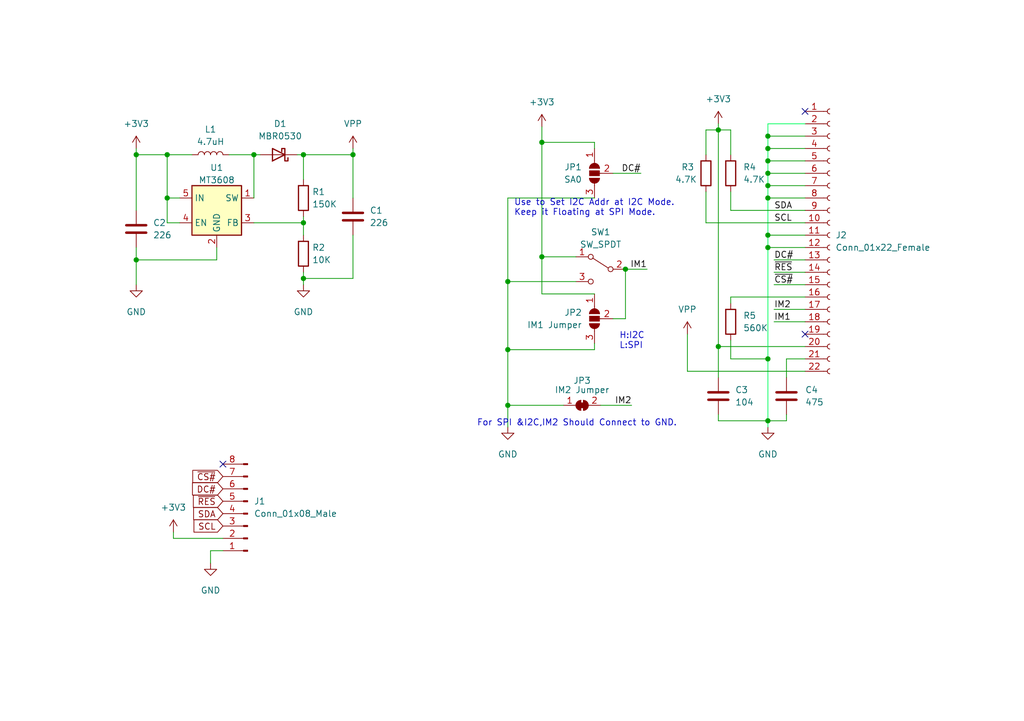
<source format=kicad_sch>
(kicad_sch (version 20211123) (generator eeschema)
  (paper "A5")
  (lib_symbols
    (symbol "Connector:Conn_01x08_Male" (pin_names (offset 1.016) hide)
      (property "Reference" "J" (at 0 10.16 0))
      (property "Value" "Conn_01x08_Male" (at 0 -12.7 0))
      (symbol "Conn_01x08_Male_1_1"
        (polyline (pts (xy 1.27 -10.16) (xy 0.8636 -10.16)) (stroke (width 0.1524)))
        (polyline (pts (xy 1.27 -7.62) (xy 0.8636 -7.62)) (stroke (width 0.1524)))
        (polyline (pts (xy 1.27 -5.08) (xy 0.8636 -5.08)) (stroke (width 0.1524)))
        (polyline (pts (xy 1.27 -2.54) (xy 0.8636 -2.54)) (stroke (width 0.1524)))
        (polyline (pts (xy 1.27 0) (xy 0.8636 0)) (stroke (width 0.1524)))
        (polyline (pts (xy 1.27 2.54) (xy 0.8636 2.54)) (stroke (width 0.1524)))
        (polyline (pts (xy 1.27 5.08) (xy 0.8636 5.08)) (stroke (width 0.1524)))
        (polyline (pts (xy 1.27 7.62) (xy 0.8636 7.62)) (stroke (width 0.1524)))
        (rectangle (start 0.8636 -10.033) (end 0 -10.287) (stroke (width 0.1524)) (fill (type outline)))
        (rectangle (start 0.8636 -7.493) (end 0 -7.747) (stroke (width 0.1524)) (fill (type outline)))
        (rectangle (start 0.8636 -4.953) (end 0 -5.207) (stroke (width 0.1524)) (fill (type outline)))
        (rectangle (start 0.8636 -2.413) (end 0 -2.667) (stroke (width 0.1524)) (fill (type outline)))
        (rectangle (start 0.8636 0.127) (end 0 -0.127) (stroke (width 0.1524)) (fill (type outline)))
        (rectangle (start 0.8636 2.667) (end 0 2.413) (stroke (width 0.1524)) (fill (type outline)))
        (rectangle (start 0.8636 5.207) (end 0 4.953) (stroke (width 0.1524)) (fill (type outline)))
        (rectangle (start 0.8636 7.747) (end 0 7.493) (stroke (width 0.1524)) (fill (type outline)))
        (pin passive line (at 5.08 7.62 180) (length 3.81) (name "Pin_1") (number "1"))
        (pin passive line (at 5.08 5.08 180) (length 3.81) (name "Pin_2") (number "2"))
        (pin passive line (at 5.08 2.54 180) (length 3.81) (name "Pin_3") (number "3"))
        (pin passive line (at 5.08 0 180) (length 3.81) (name "Pin_4") (number "4"))
        (pin passive line (at 5.08 -2.54 180) (length 3.81) (name "Pin_5") (number "5"))
        (pin passive line (at 5.08 -5.08 180) (length 3.81) (name "Pin_6") (number "6"))
        (pin passive line (at 5.08 -7.62 180) (length 3.81) (name "Pin_7") (number "7"))
        (pin passive line (at 5.08 -10.16 180) (length 3.81) (name "Pin_8") (number "8"))
      )
    )
    (symbol "Connector:Conn_01x22_Female" (pin_names (offset 1.016) hide)
      (property "Reference" "J" (at 0 27.94 0))
      (property "Value" "Conn_01x22_Female" (at 0 -30.48 0))
      (symbol "Conn_01x22_Female_1_1"
        (arc (start 0 -27.432) (mid -0.508 -27.94) (end 0 -28.448) (stroke (width 0.1524)))
        (arc (start 0 -24.892) (mid -0.508 -25.4) (end 0 -25.908) (stroke (width 0.1524)))
        (arc (start 0 -22.352) (mid -0.508 -22.86) (end 0 -23.368) (stroke (width 0.1524)))
        (arc (start 0 -19.812) (mid -0.508 -20.32) (end 0 -20.828) (stroke (width 0.1524)))
        (arc (start 0 -17.272) (mid -0.508 -17.78) (end 0 -18.288) (stroke (width 0.1524)))
        (arc (start 0 -14.732) (mid -0.508 -15.24) (end 0 -15.748) (stroke (width 0.1524)))
        (arc (start 0 -12.192) (mid -0.508 -12.7) (end 0 -13.208) (stroke (width 0.1524)))
        (arc (start 0 -9.652) (mid -0.508 -10.16) (end 0 -10.668) (stroke (width 0.1524)))
        (arc (start 0 -7.112) (mid -0.508 -7.62) (end 0 -8.128) (stroke (width 0.1524)))
        (arc (start 0 -4.572) (mid -0.508 -5.08) (end 0 -5.588) (stroke (width 0.1524)))
        (arc (start 0 -2.032) (mid -0.508 -2.54) (end 0 -3.048) (stroke (width 0.1524)))
        (polyline (pts (xy -1.27 -27.94) (xy -0.508 -27.94)) (stroke (width 0.1524)))
        (polyline (pts (xy -1.27 -25.4) (xy -0.508 -25.4)) (stroke (width 0.1524)))
        (polyline (pts (xy -1.27 -22.86) (xy -0.508 -22.86)) (stroke (width 0.1524)))
        (polyline (pts (xy -1.27 -20.32) (xy -0.508 -20.32)) (stroke (width 0.1524)))
        (polyline (pts (xy -1.27 -17.78) (xy -0.508 -17.78)) (stroke (width 0.1524)))
        (polyline (pts (xy -1.27 -15.24) (xy -0.508 -15.24)) (stroke (width 0.1524)))
        (polyline (pts (xy -1.27 -12.7) (xy -0.508 -12.7)) (stroke (width 0.1524)))
        (polyline (pts (xy -1.27 -10.16) (xy -0.508 -10.16)) (stroke (width 0.1524)))
        (polyline (pts (xy -1.27 -7.62) (xy -0.508 -7.62)) (stroke (width 0.1524)))
        (polyline (pts (xy -1.27 -5.08) (xy -0.508 -5.08)) (stroke (width 0.1524)))
        (polyline (pts (xy -1.27 -2.54) (xy -0.508 -2.54)) (stroke (width 0.1524)))
        (polyline (pts (xy -1.27 0) (xy -0.508 0)) (stroke (width 0.1524)))
        (polyline (pts (xy -1.27 2.54) (xy -0.508 2.54)) (stroke (width 0.1524)))
        (polyline (pts (xy -1.27 5.08) (xy -0.508 5.08)) (stroke (width 0.1524)))
        (polyline (pts (xy -1.27 7.62) (xy -0.508 7.62)) (stroke (width 0.1524)))
        (polyline (pts (xy -1.27 10.16) (xy -0.508 10.16)) (stroke (width 0.1524)))
        (polyline (pts (xy -1.27 12.7) (xy -0.508 12.7)) (stroke (width 0.1524)))
        (polyline (pts (xy -1.27 15.24) (xy -0.508 15.24)) (stroke (width 0.1524)))
        (polyline (pts (xy -1.27 17.78) (xy -0.508 17.78)) (stroke (width 0.1524)))
        (polyline (pts (xy -1.27 20.32) (xy -0.508 20.32)) (stroke (width 0.1524)))
        (polyline (pts (xy -1.27 22.86) (xy -0.508 22.86)) (stroke (width 0.1524)))
        (polyline (pts (xy -1.27 25.4) (xy -0.508 25.4)) (stroke (width 0.1524)))
        (arc (start 0 0.508) (mid -0.508 0) (end 0 -0.508) (stroke (width 0.1524)))
        (arc (start 0 3.048) (mid -0.508 2.54) (end 0 2.032) (stroke (width 0.1524)))
        (arc (start 0 5.588) (mid -0.508 5.08) (end 0 4.572) (stroke (width 0.1524)))
        (arc (start 0 8.128) (mid -0.508 7.62) (end 0 7.112) (stroke (width 0.1524)))
        (arc (start 0 10.668) (mid -0.508 10.16) (end 0 9.652) (stroke (width 0.1524)))
        (arc (start 0 13.208) (mid -0.508 12.7) (end 0 12.192) (stroke (width 0.1524)))
        (arc (start 0 15.748) (mid -0.508 15.24) (end 0 14.732) (stroke (width 0.1524)))
        (arc (start 0 18.288) (mid -0.508 17.78) (end 0 17.272) (stroke (width 0.1524)))
        (arc (start 0 20.828) (mid -0.508 20.32) (end 0 19.812) (stroke (width 0.1524)))
        (arc (start 0 23.368) (mid -0.508 22.86) (end 0 22.352) (stroke (width 0.1524)))
        (arc (start 0 25.908) (mid -0.508 25.4) (end 0 24.892) (stroke (width 0.1524)))
        (pin passive line (at -5.08 25.4 0) (length 3.81) (name "Pin_1") (number "1"))
        (pin passive line (at -5.08 2.54 0) (length 3.81) (name "Pin_10") (number "10"))
        (pin passive line (at -5.08 0 0) (length 3.81) (name "Pin_11") (number "11"))
        (pin passive line (at -5.08 -2.54 0) (length 3.81) (name "Pin_12") (number "12"))
        (pin passive line (at -5.08 -5.08 0) (length 3.81) (name "Pin_13") (number "13"))
        (pin passive line (at -5.08 -7.62 0) (length 3.81) (name "Pin_14") (number "14"))
        (pin passive line (at -5.08 -10.16 0) (length 3.81) (name "Pin_15") (number "15"))
        (pin passive line (at -5.08 -12.7 0) (length 3.81) (name "Pin_16") (number "16"))
        (pin passive line (at -5.08 -15.24 0) (length 3.81) (name "Pin_17") (number "17"))
        (pin passive line (at -5.08 -17.78 0) (length 3.81) (name "Pin_18") (number "18"))
        (pin passive line (at -5.08 -20.32 0) (length 3.81) (name "Pin_19") (number "19"))
        (pin passive line (at -5.08 22.86 0) (length 3.81) (name "Pin_2") (number "2"))
        (pin passive line (at -5.08 -22.86 0) (length 3.81) (name "Pin_20") (number "20"))
        (pin passive line (at -5.08 -25.4 0) (length 3.81) (name "Pin_21") (number "21"))
        (pin passive line (at -5.08 -27.94 0) (length 3.81) (name "Pin_22") (number "22"))
        (pin passive line (at -5.08 20.32 0) (length 3.81) (name "Pin_3") (number "3"))
        (pin passive line (at -5.08 17.78 0) (length 3.81) (name "Pin_4") (number "4"))
        (pin passive line (at -5.08 15.24 0) (length 3.81) (name "Pin_5") (number "5"))
        (pin passive line (at -5.08 12.7 0) (length 3.81) (name "Pin_6") (number "6"))
        (pin passive line (at -5.08 10.16 0) (length 3.81) (name "Pin_7") (number "7"))
        (pin passive line (at -5.08 7.62 0) (length 3.81) (name "Pin_8") (number "8"))
        (pin passive line (at -5.08 5.08 0) (length 3.81) (name "Pin_9") (number "9"))
      )
    )
    (symbol "Device:C" (pin_numbers hide) (pin_names (offset 0.254))
      (property "Reference" "C" (at 0.635 2.54 0))
      (property "Value" "C" (at 0.635 -2.54 0))
      (symbol "C_0_1"
        (polyline (pts (xy -2.032 -0.762) (xy 2.032 -0.762)) (stroke (width 0.508)))
        (polyline (pts (xy -2.032 0.762) (xy 2.032 0.762)) (stroke (width 0.508)))
      )
      (symbol "C_1_1"
        (pin passive line (at 0 3.81 270) (length 2.794) (name "~") (number "1"))
        (pin passive line (at 0 -3.81 90) (length 2.794) (name "~") (number "2"))
      )
    )
    (symbol "Device:D_Schottky" (pin_numbers hide) (pin_names (offset 1.016) hide)
      (property "Reference" "D" (at 0 2.54 0))
      (property "Value" "D_Schottky" (at 0 -2.54 0))
      (symbol "D_Schottky_0_1"
        (polyline (pts (xy 1.27 0) (xy -1.27 0)))
        (polyline (pts (xy 1.27 1.27) (xy 1.27 -1.27) (xy -1.27 0) (xy 1.27 1.27)) (stroke (width 0.254)))
        (polyline (pts (xy -1.905 0.635) (xy -1.905 1.27) (xy -1.27 1.27) (xy -1.27 -1.27) (xy -0.635 -1.27) (xy -0.635 -0.635)) (stroke (width 0.254)))
      )
      (symbol "D_Schottky_1_1"
        (pin passive line (at -3.81 0 0) (length 2.54) (name "K") (number "1"))
        (pin passive line (at 3.81 0 180) (length 2.54) (name "A") (number "2"))
      )
    )
    (symbol "Device:L" (pin_numbers hide) (pin_names (offset 1.016) hide)
      (property "Reference" "L" (at -1.27 0 90))
      (property "Value" "L" (at 1.905 0 90))
      (symbol "L_0_1"
        (arc (start 0 -2.54) (mid 0.635 -1.905) (end 0 -1.27))
        (arc (start 0 -1.27) (mid 0.635 -0.635) (end 0 0))
        (arc (start 0 0) (mid 0.635 0.635) (end 0 1.27))
        (arc (start 0 1.27) (mid 0.635 1.905) (end 0 2.54))
      )
      (symbol "L_1_1"
        (pin passive line (at 0 3.81 270) (length 1.27) (name "1") (number "1"))
        (pin passive line (at 0 -3.81 90) (length 1.27) (name "2") (number "2"))
      )
    )
    (symbol "Device:R" (pin_numbers hide) (pin_names (offset 0))
      (property "Reference" "R" (at 2.032 0 90))
      (property "Value" "R" (at 0 0 90))
      (symbol "R_0_1"
        (rectangle (start -1.016 -2.54) (end 1.016 2.54) (stroke (width 0.254)))
      )
      (symbol "R_1_1"
        (pin passive line (at 0 3.81 270) (length 1.27) (name "~") (number "1"))
        (pin passive line (at 0 -3.81 90) (length 1.27) (name "~") (number "2"))
      )
    )
    (symbol "Jumper:SolderJumper_2_Bridged" (pin_names (offset 0) hide)
      (property "Reference" "JP" (at 0 2.032 0))
      (property "Value" "SolderJumper_2_Bridged" (at 0 -2.54 0))
      (symbol "SolderJumper_2_Bridged_0_1"
        (rectangle (start -0.508 0.508) (end 0.508 -0.508) (fill (type outline)))
        (arc (start -0.254 1.016) (mid -1.27 0) (end -0.254 -1.016))
        (arc (start -0.254 1.016) (mid -1.27 0) (end -0.254 -1.016) (fill (type outline)))
        (polyline (pts (xy -0.254 1.016) (xy -0.254 -1.016)))
        (polyline (pts (xy 0.254 1.016) (xy 0.254 -1.016)))
        (arc (start 0.254 -1.016) (mid 1.27 0) (end 0.254 1.016))
        (arc (start 0.254 -1.016) (mid 1.27 0) (end 0.254 1.016) (fill (type outline)))
      )
      (symbol "SolderJumper_2_Bridged_1_1"
        (pin passive line (at -3.81 0 0) (length 2.54) (name "A") (number "1"))
        (pin passive line (at 3.81 0 180) (length 2.54) (name "B") (number "2"))
      )
    )
    (symbol "Jumper:SolderJumper_3_Open" (pin_names (offset 0) hide)
      (property "Reference" "JP" (at -2.54 -2.54 0))
      (property "Value" "SolderJumper_3_Open" (at 0 2.794 0))
      (symbol "SolderJumper_3_Open_0_1"
        (arc (start -1.016 1.016) (mid -2.032 0) (end -1.016 -1.016))
        (arc (start -1.016 1.016) (mid -2.032 0) (end -1.016 -1.016) (fill (type outline)))
        (rectangle (start -0.508 1.016) (end 0.508 -1.016) (fill (type outline)))
        (polyline (pts (xy -2.54 0) (xy -2.032 0)))
        (polyline (pts (xy -1.016 1.016) (xy -1.016 -1.016)))
        (polyline (pts (xy 0 -1.27) (xy 0 -1.016)))
        (polyline (pts (xy 1.016 1.016) (xy 1.016 -1.016)))
        (polyline (pts (xy 2.54 0) (xy 2.032 0)))
        (arc (start 1.016 -1.016) (mid 2.032 0) (end 1.016 1.016))
        (arc (start 1.016 -1.016) (mid 2.032 0) (end 1.016 1.016) (fill (type outline)))
      )
      (symbol "SolderJumper_3_Open_1_1"
        (pin passive line (at -5.08 0 0) (length 2.54) (name "A") (number "1"))
        (pin input line (at 0 -3.81 90) (length 2.54) (name "C") (number "2"))
        (pin passive line (at 5.08 0 180) (length 2.54) (name "B") (number "3"))
      )
    )
    (symbol "Regulator_Switching:MT3608"
      (property "Reference" "U" (at -2.54 8.89 0))
      (property "Value" "MT3608" (at -3.81 6.35 0))
      (symbol "MT3608_0_1"
        (rectangle (start -5.08 5.08) (end 5.08 -5.08) (stroke (width 0.254)) (fill (type background)))
      )
      (symbol "MT3608_1_1"
        (pin passive line (at 7.62 2.54 180) (length 2.54) (name "SW") (number "1"))
        (pin power_in line (at 0 -7.62 90) (length 2.54) (name "GND") (number "2"))
        (pin input line (at 7.62 -2.54 180) (length 2.54) (name "FB") (number "3"))
        (pin input line (at -7.62 -2.54 0) (length 2.54) (name "EN") (number "4"))
        (pin power_in line (at -7.62 2.54 0) (length 2.54) (name "IN") (number "5"))
        (pin no_connect line (at 5.08 0 180) (length 2.54) hide (name "NC") (number "6"))
      )
    )
    (symbol "Switch:SW_SPDT" (pin_names (offset 0) hide)
      (property "Reference" "SW" (at 0 4.318 0))
      (property "Value" "SW_SPDT" (at 0 -5.08 0))
      (symbol "SW_SPDT_0_0"
        (circle (center -2.032 0) (radius 0.508))
        (circle (center 2.032 -2.54) (radius 0.508))
      )
      (symbol "SW_SPDT_0_1"
        (polyline (pts (xy -1.524 0.254) (xy 1.651 2.286)))
        (circle (center 2.032 2.54) (radius 0.508))
      )
      (symbol "SW_SPDT_1_1"
        (pin passive line (at 5.08 2.54 180) (length 2.54) (name "A") (number "1"))
        (pin passive line (at -5.08 0 0) (length 2.54) (name "B") (number "2"))
        (pin passive line (at 5.08 -2.54 180) (length 2.54) (name "C") (number "3"))
      )
    )
    (symbol "power:+3V3" (power) (pin_names (offset 0))
      (property "Value" "+3V3" (at 0 3.556 0))
      (symbol "+3V3_0_1"
        (polyline (pts (xy -0.762 1.27) (xy 0 2.54)))
        (polyline (pts (xy 0 0) (xy 0 2.54)))
        (polyline (pts (xy 0 2.54) (xy 0.762 1.27)))
      )
      (symbol "+3V3_1_1"
        (pin power_in line (at 0 0 90) (length 0) hide (name "+3V3") (number "1"))
      )
    )
    (symbol "power:GND" (power) (pin_names (offset 0))
      (property "Value" "GND" (at 0 -3.81 0))
      (symbol "GND_0_1"
        (polyline (pts (xy 0 0) (xy 0 -1.27) (xy 1.27 -1.27) (xy 0 -2.54) (xy -1.27 -1.27) (xy 0 -1.27)))
      )
      (symbol "GND_1_1"
        (pin power_in line (at 0 0 270) (length 0) hide (name "GND") (number "1"))
      )
    )
    (symbol "power:VPP" (power) (pin_names (offset 0))
      (property "Value" "VPP" (at 0 3.81 0))
      (symbol "VPP_0_1"
        (polyline (pts (xy -0.762 1.27) (xy 0 2.54)))
        (polyline (pts (xy 0 0) (xy 0 2.54)))
        (polyline (pts (xy 0 2.54) (xy 0.762 1.27)))
      )
      (symbol "VPP_1_1"
        (pin power_in line (at 0 0 90) (length 0) hide (name "VPP") (number "1"))
      )
    )
  )
  (junction (at 147.32 71.12))
  (junction (at 62.23 31.75))
  (junction (at 157.48 86.36))
  (junction (at 111.125 52.705))
  (junction (at 111.125 29.21))
  (junction (at 157.48 27.94))
  (junction (at 34.29 31.75))
  (junction (at 62.23 45.72))
  (junction (at 157.48 73.66))
  (junction (at 62.23 57.15))
  (junction (at 104.14 83.185))
  (junction (at 72.39 31.75))
  (junction (at 157.48 48.26))
  (junction (at 157.48 30.48))
  (junction (at 104.14 71.755))
  (junction (at 157.48 35.56))
  (junction (at 27.94 31.75))
  (junction (at 128.27 55.245))
  (junction (at 157.48 40.64))
  (junction (at 157.48 33.02))
  (junction (at 157.48 50.8))
  (junction (at 34.29 40.64))
  (junction (at 147.32 26.67))
  (junction (at 52.07 31.75))
  (junction (at 27.94 53.34))
  (junction (at 157.48 38.1))
  (junction (at 104.14 57.785))
  (no_connect (at 45.72 95.25))
  (no_connect (at 165.1 68.58))
  (no_connect (at 165.1 22.86))
  (wire (pts (xy 157.48 38.1) (xy 165.1 38.1)))
  (wire (pts (xy 35.56 109.22) (xy 35.56 110.49)))
  (wire (pts (xy 111.125 26.035) (xy 111.125 29.21)))
  (wire (pts (xy 72.39 31.75) (xy 72.39 40.64)))
  (wire (pts (xy 111.125 52.705) (xy 118.11 52.705)))
  (wire (pts (xy 34.29 31.75) (xy 39.37 31.75)))
  (wire (pts (xy 125.73 65.405) (xy 128.27 65.405)))
  (wire (pts (xy 158.75 63.5) (xy 165.1 63.5)))
  (wire (pts (xy 115.57 83.185) (xy 104.14 83.185)))
  (wire (pts (xy 104.14 71.755) (xy 104.14 83.185)))
  (wire (pts (xy 157.48 25.4) (xy 165.1 25.4)) (stroke (width 0) (color 2 255 94 1)))
  (wire (pts (xy 46.99 31.75) (xy 52.07 31.75)))
  (wire (pts (xy 62.23 55.88) (xy 62.23 57.15)))
  (wire (pts (xy 34.29 40.64) (xy 34.29 31.75)))
  (wire (pts (xy 161.29 86.36) (xy 157.48 86.36)))
  (wire (pts (xy 111.125 29.21) (xy 111.125 52.705)))
  (wire (pts (xy 144.78 26.67) (xy 147.32 26.67)))
  (wire (pts (xy 45.72 113.03) (xy 43.18 113.03)))
  (wire (pts (xy 165.1 71.12) (xy 147.32 71.12)))
  (wire (pts (xy 121.92 29.21) (xy 111.125 29.21)))
  (wire (pts (xy 52.07 45.72) (xy 62.23 45.72)))
  (wire (pts (xy 147.32 85.09) (xy 147.32 86.36)))
  (wire (pts (xy 62.23 44.45) (xy 62.23 45.72)))
  (wire (pts (xy 157.48 40.64) (xy 157.48 48.26)) (stroke (width 0) (color 2 255 94 1)))
  (wire (pts (xy 34.29 45.72) (xy 34.29 40.64)))
  (wire (pts (xy 44.45 50.8) (xy 44.45 53.34)))
  (wire (pts (xy 43.18 113.03) (xy 43.18 115.57)))
  (wire (pts (xy 157.48 38.1) (xy 157.48 40.64)) (stroke (width 0) (color 2 255 94 1)))
  (wire (pts (xy 157.48 30.48) (xy 165.1 30.48)))
  (wire (pts (xy 128.27 55.245) (xy 132.715 55.245)))
  (wire (pts (xy 72.39 57.15) (xy 62.23 57.15)))
  (wire (pts (xy 27.94 30.48) (xy 27.94 31.75)))
  (wire (pts (xy 165.1 60.96) (xy 149.86 60.96)))
  (wire (pts (xy 147.32 25.4) (xy 147.32 26.67)))
  (wire (pts (xy 157.48 48.26) (xy 157.48 50.8)) (stroke (width 0) (color 2 255 94 1)))
  (wire (pts (xy 144.78 45.72) (xy 165.1 45.72)))
  (wire (pts (xy 44.45 53.34) (xy 27.94 53.34)))
  (wire (pts (xy 158.75 53.34) (xy 165.1 53.34)))
  (wire (pts (xy 52.07 31.75) (xy 52.07 40.64)))
  (wire (pts (xy 111.125 60.325) (xy 121.92 60.325)))
  (wire (pts (xy 157.48 25.4) (xy 157.48 27.94)) (stroke (width 0) (color 2 255 94 1)))
  (wire (pts (xy 147.32 71.12) (xy 147.32 77.47)))
  (wire (pts (xy 147.32 26.67) (xy 147.32 71.12)))
  (wire (pts (xy 72.39 48.26) (xy 72.39 57.15)))
  (wire (pts (xy 128.27 65.405) (xy 128.27 55.245)))
  (wire (pts (xy 157.48 33.02) (xy 157.48 35.56)) (stroke (width 0) (color 2 255 94 1)))
  (wire (pts (xy 60.96 31.75) (xy 62.23 31.75)))
  (wire (pts (xy 123.19 83.185) (xy 129.54 83.185)))
  (wire (pts (xy 157.48 35.56) (xy 157.48 38.1)) (stroke (width 0) (color 2 255 94 1)))
  (wire (pts (xy 27.94 53.34) (xy 27.94 58.42)))
  (wire (pts (xy 125.73 35.56) (xy 131.445 35.56)))
  (wire (pts (xy 104.14 71.755) (xy 121.92 71.755)))
  (wire (pts (xy 140.97 68.58) (xy 140.97 76.2)))
  (wire (pts (xy 157.48 48.26) (xy 165.1 48.26)))
  (wire (pts (xy 157.48 27.94) (xy 157.48 30.48)) (stroke (width 0) (color 2 255 94 1)))
  (wire (pts (xy 111.125 52.705) (xy 111.125 60.325)))
  (wire (pts (xy 149.86 73.66) (xy 157.48 73.66)))
  (wire (pts (xy 157.48 27.94) (xy 165.1 27.94)))
  (wire (pts (xy 144.78 31.75) (xy 144.78 26.67)))
  (wire (pts (xy 104.14 83.185) (xy 104.14 87.63)))
  (wire (pts (xy 121.92 71.755) (xy 121.92 70.485)))
  (wire (pts (xy 157.48 50.8) (xy 157.48 73.66)) (stroke (width 0) (color 2 255 94 1)))
  (wire (pts (xy 36.83 40.64) (xy 34.29 40.64)))
  (wire (pts (xy 35.56 110.49) (xy 45.72 110.49)))
  (wire (pts (xy 149.86 26.67) (xy 149.86 31.75)))
  (wire (pts (xy 157.48 40.64) (xy 165.1 40.64)))
  (wire (pts (xy 62.23 45.72) (xy 62.23 48.26)))
  (wire (pts (xy 157.48 30.48) (xy 157.48 33.02)) (stroke (width 0) (color 2 255 94 1)))
  (wire (pts (xy 72.39 30.48) (xy 72.39 31.75)))
  (wire (pts (xy 62.23 31.75) (xy 62.23 36.83)))
  (wire (pts (xy 36.83 45.72) (xy 34.29 45.72)))
  (wire (pts (xy 147.32 86.36) (xy 157.48 86.36)))
  (wire (pts (xy 140.97 76.2) (xy 165.1 76.2)))
  (wire (pts (xy 149.86 60.96) (xy 149.86 62.23)))
  (wire (pts (xy 118.11 57.785) (xy 104.14 57.785)))
  (wire (pts (xy 157.48 73.66) (xy 157.48 86.36)) (stroke (width 0) (color 2 255 94 1)))
  (wire (pts (xy 104.14 40.64) (xy 104.14 57.785)))
  (wire (pts (xy 157.48 33.02) (xy 165.1 33.02)))
  (wire (pts (xy 104.14 57.785) (xy 104.14 71.755)))
  (wire (pts (xy 121.92 40.64) (xy 104.14 40.64)))
  (wire (pts (xy 52.07 31.75) (xy 53.34 31.75)))
  (wire (pts (xy 157.48 86.36) (xy 157.48 87.63)) (stroke (width 0) (color 2 255 94 1)))
  (wire (pts (xy 121.92 30.48) (xy 121.92 29.21)))
  (wire (pts (xy 158.75 58.42) (xy 165.1 58.42)))
  (wire (pts (xy 161.29 77.47) (xy 161.29 73.66)))
  (wire (pts (xy 161.29 85.09) (xy 161.29 86.36)))
  (wire (pts (xy 149.86 69.85) (xy 149.86 73.66)))
  (wire (pts (xy 62.23 31.75) (xy 72.39 31.75)))
  (wire (pts (xy 147.32 26.67) (xy 149.86 26.67)))
  (wire (pts (xy 149.86 39.37) (xy 149.86 43.18)))
  (wire (pts (xy 158.75 66.04) (xy 165.1 66.04)))
  (wire (pts (xy 27.94 50.8) (xy 27.94 53.34)))
  (wire (pts (xy 149.86 43.18) (xy 165.1 43.18)))
  (wire (pts (xy 157.48 50.8) (xy 165.1 50.8)))
  (wire (pts (xy 144.78 39.37) (xy 144.78 45.72)))
  (wire (pts (xy 158.75 55.88) (xy 165.1 55.88)))
  (wire (pts (xy 27.94 31.75) (xy 34.29 31.75)))
  (wire (pts (xy 62.23 57.15) (xy 62.23 58.42)))
  (wire (pts (xy 161.29 73.66) (xy 165.1 73.66)))
  (wire (pts (xy 157.48 35.56) (xy 165.1 35.56)))
  (wire (pts (xy 27.94 31.75) (xy 27.94 43.18)))
  (text "H:I2C\nL:SPI" (at 127 71.755 0) (effects (font (size 1.27 1.27)) (justify left bottom)))
  (text "Use to Set I2C Addr at I2C Mode.\nKeep it Floating at SPI Mode." (at 105.41 44.45 0) (effects (font (size 1.27 1.27)) (justify left bottom)))
  (text "For SPI &I2C,IM2 Should Connect to GND." (at 97.79 87.63 0) (effects (font (size 1.27 1.27)) (justify left bottom)))
  (label "~{CS#}" (at 158.75 58.42 0))
  (label "IM1" (at 158.75 66.04 0))
  (label "~{RES}" (at 158.75 55.88 0))
  (label "IM1" (at 132.715 55.245 180))
  (label "DC#" (at 131.445 35.56 180))
  (label "IM2" (at 158.75 63.5 0))
  (label "SCL" (at 158.75 45.72 0))
  (label "IM2" (at 129.54 83.185 180))
  (label "SDA" (at 158.75 43.18 0))
  (label "DC#" (at 158.75 53.34 0))
  (global_label "~{RES}" (shape input) (at 45.72 102.87 180) (property "Intersheet References" "${INTERSHEET_REFS}" (effects hide)))
  (global_label "~{CS#}" (shape input) (at 45.72 97.79 180) (property "Intersheet References" "${INTERSHEET_REFS}" (effects hide)))
  (global_label "SDA" (shape input) (at 45.72 105.41 180) (property "Intersheet References" "${INTERSHEET_REFS}" (effects hide)))
  (global_label "SCL" (shape input) (at 45.72 107.95 180) (property "Intersheet References" "${INTERSHEET_REFS}" (effects hide)))
  (global_label "DC#" (shape input) (at 45.72 100.33 180) (property "Intersheet References" "${INTERSHEET_REFS}" (effects hide)))
  (symbol (lib_id "Switch:SW_SPDT") (at 123.19 55.245 0) (mirror y) (unit 1)
    (property "Reference" "SW1" (at 123.19 47.625 0))
    (property "Value" "SW_SPDT" (at 123.19 50.165 0))
    (property "Footprint" "Button_Switch_SMD:SW_SPDT_PCM12" (effects hide))
  )
  (symbol (lib_id "Device:C") (at 161.29 81.28 0) (unit 1)
    (property "Reference" "C4" (at 165.1 80.0099 0) (effects (justify left)))
    (property "Value" "475" (at 165.1 82.5499 0) (effects (justify left)))
    (property "Footprint" "Capacitor_SMD:C_0805_2012Metric" (effects hide))
  )
  (symbol (lib_id "power:VPP") (at 140.97 68.58 0) (unit 1)
    (property "Reference" "#PWR09" (effects hide))
    (property "Value" "VPP" (at 140.97 63.5 0))
  )
  (symbol (lib_id "power:+3V3") (at 111.125 26.035 0) (unit 1)
    (property "Reference" "#PWR08" (effects hide))
    (property "Value" "+3V3" (at 111.125 20.955 0))
  )
  (symbol (lib_id "Device:R") (at 144.78 35.56 0) (unit 1)
    (property "Reference" "R3" (at 139.7 34.29 0) (effects (justify left)))
    (property "Value" "4.7K" (at 138.43 36.83 0) (effects (justify left)))
    (property "Footprint" "Resistor_SMD:R_0603_1608Metric" (effects hide))
  )
  (symbol (lib_id "power:GND") (at 27.94 58.42 0) (unit 1)
    (property "Reference" "#PWR03" (effects hide))
    (property "Value" "GND" (at 27.94 64.008 0))
  )
  (symbol (lib_id "Jumper:SolderJumper_3_Open") (at 121.92 65.405 90) (mirror x) (unit 1)
    (property "Reference" "JP2" (at 119.38 64.1349 90) (effects (justify left)))
    (property "Value" "IM1 Jumper" (at 119.38 66.6749 90) (effects (justify left)))
    (property "Footprint" "Jumper:SolderJumper-3_P2.0mm_Open_TrianglePad1.0x1.5mm" (effects hide))
  )
  (symbol (lib_id "power:+3V3") (at 27.94 30.48 0) (unit 1)
    (property "Reference" "#PWR01" (effects hide))
    (property "Value" "+3V3" (at 27.94 25.4 0))
  )
  (symbol (lib_id "Jumper:SolderJumper_2_Bridged") (at 119.38 83.185 0) (unit 1)
    (property "Reference" "JP3" (at 119.38 78.105 0))
    (property "Value" "IM2 Jumper" (at 119.38 80.01 0))
    (property "Footprint" "Jumper:SolderJumper-2_P1.3mm_Bridged_Pad1.0x1.5mm" (effects hide))
  )
  (symbol (lib_id "Regulator_Switching:MT3608") (at 44.45 43.18 0) (unit 1)
    (property "Reference" "U1" (at 44.45 34.417 0))
    (property "Value" "MT3608" (at 44.45 36.957 0))
    (property "Footprint" "Package_TO_SOT_SMD:SOT-23-6" (effects hide))
    (property "Datasheet" "https://www.olimex.com/Products/Breadboarding/BB-PWR-3608/resources/MT3608.pdf" (effects hide))
  )
  (symbol (lib_id "Connector:Conn_01x22_Female") (at 170.18 48.26 0) (unit 1)
    (property "Reference" "J2" (at 171.323 48.2599 0) (effects (justify left)))
    (property "Value" "Conn_01x22_Female" (at 171.323 50.7999 0) (effects (justify left)))
    (property "Footprint" "Lex_LCM_Solder:LCM_Solder_22Pin_0.7mm" (effects hide))
  )
  (symbol (lib_id "power:GND") (at 104.14 87.63 0) (unit 1)
    (property "Reference" "#PWR010" (effects hide))
    (property "Value" "GND" (at 104.14 93.218 0))
  )
  (symbol (lib_id "Device:R") (at 149.86 66.04 0) (unit 1)
    (property "Reference" "R5" (at 152.4 64.7699 0) (effects (justify left)))
    (property "Value" "560K" (at 152.4 67.3099 0) (effects (justify left)))
    (property "Footprint" "Resistor_SMD:R_0603_1608Metric" (effects hide))
  )
  (symbol (lib_id "Device:R") (at 62.23 52.07 0) (unit 1)
    (property "Reference" "R2" (at 64.008 50.7999 0) (effects (justify left)))
    (property "Value" "10K" (at 64.008 53.3399 0) (effects (justify left)))
    (property "Footprint" "Resistor_SMD:R_0603_1608Metric" (effects hide))
  )
  (symbol (lib_id "power:VPP") (at 72.39 30.48 0) (unit 1)
    (property "Reference" "#PWR02" (effects hide))
    (property "Value" "VPP" (at 72.39 25.4 0))
  )
  (symbol (lib_id "Device:L") (at 43.18 31.75 90) (unit 1)
    (property "Reference" "L1" (at 43.18 26.543 90))
    (property "Value" "4.7uH" (at 43.18 29.083 90))
    (property "Footprint" "Inductor_SMD:L_1008_2520Metric" (effects hide))
  )
  (symbol (lib_id "Device:C") (at 147.32 81.28 0) (unit 1)
    (property "Reference" "C3" (at 150.749 80.0099 0) (effects (justify left)))
    (property "Value" "104" (at 150.749 82.5499 0) (effects (justify left)))
    (property "Footprint" "Capacitor_SMD:C_0603_1608Metric" (effects hide))
  )
  (symbol (lib_id "power:GND") (at 62.23 58.42 0) (unit 1)
    (property "Reference" "#PWR04" (effects hide))
    (property "Value" "GND" (at 62.23 64.008 0))
  )
  (symbol (lib_id "Device:R") (at 149.86 35.56 0) (unit 1)
    (property "Reference" "R4" (at 152.4 34.2899 0) (effects (justify left)))
    (property "Value" "4.7K" (at 152.4 36.8299 0) (effects (justify left)))
    (property "Footprint" "Resistor_SMD:R_0603_1608Metric" (effects hide))
  )
  (symbol (lib_id "power:GND") (at 43.18 115.57 0) (unit 1)
    (property "Reference" "#PWR06" (effects hide))
    (property "Value" "GND" (at 43.18 121.158 0))
  )
  (symbol (lib_id "Device:C") (at 27.94 46.99 0) (unit 1)
    (property "Reference" "C2" (at 31.369 45.7199 0) (effects (justify left)))
    (property "Value" "226" (at 31.369 48.2599 0) (effects (justify left)))
    (property "Footprint" "Capacitor_SMD:C_0603_1608Metric" (effects hide))
  )
  (symbol (lib_id "power:GND") (at 157.48 87.63 0) (unit 1)
    (property "Reference" "#PWR011" (effects hide))
    (property "Value" "GND" (at 157.48 93.218 0))
  )
  (symbol (lib_id "power:+3V3") (at 35.56 109.22 0) (unit 1)
    (property "Reference" "#PWR05" (effects hide))
    (property "Value" "+3V3" (at 35.56 104.14 0))
  )
  (symbol (lib_id "Device:C") (at 72.39 44.45 0) (unit 1)
    (property "Reference" "C1" (at 75.819 43.1799 0) (effects (justify left)))
    (property "Value" "226" (at 75.819 45.7199 0) (effects (justify left)))
    (property "Footprint" "Capacitor_SMD:C_0805_2012Metric" (effects hide))
  )
  (symbol (lib_id "Connector:Conn_01x08_Male") (at 50.8 105.41 180) (unit 1)
    (property "Reference" "J1" (at 52.07 102.8699 0) (effects (justify right)))
    (property "Value" "Conn_01x08_Male" (at 52.07 105.4099 0) (effects (justify right)))
    (property "Footprint" "Connector_PinHeader_2.54mm:PinHeader_1x08_P2.54mm_Vertical" (effects hide))
  )
  (symbol (lib_id "Device:D_Schottky") (at 57.15 31.75 180) (unit 1)
    (property "Reference" "D1" (at 57.4675 25.4 0))
    (property "Value" "MBR0530" (at 57.4675 27.94 0))
    (property "Footprint" "Diode_SMD:D_SOD-123" (effects hide))
  )
  (symbol (lib_id "power:+3V3") (at 147.32 25.4 0) (unit 1)
    (property "Reference" "#PWR07" (effects hide))
    (property "Value" "+3V3" (at 147.32 20.32 0))
  )
  (symbol (lib_id "Device:R") (at 62.23 40.64 0) (unit 1)
    (property "Reference" "R1" (at 64.008 39.3699 0) (effects (justify left)))
    (property "Value" "150K" (at 64.008 41.9099 0) (effects (justify left)))
    (property "Footprint" "Resistor_SMD:R_0603_1608Metric" (effects hide))
  )
  (symbol (lib_id "Jumper:SolderJumper_3_Open") (at 121.92 35.56 90) (mirror x) (unit 1)
    (property "Reference" "JP1" (at 119.38 34.2899 90) (effects (justify left)))
    (property "Value" "SA0" (at 119.38 36.8299 90) (effects (justify left)))
    (property "Footprint" "Jumper:SolderJumper-3_P1.3mm_Open_Pad1.0x1.5mm" (effects hide))
  )
)
</source>
